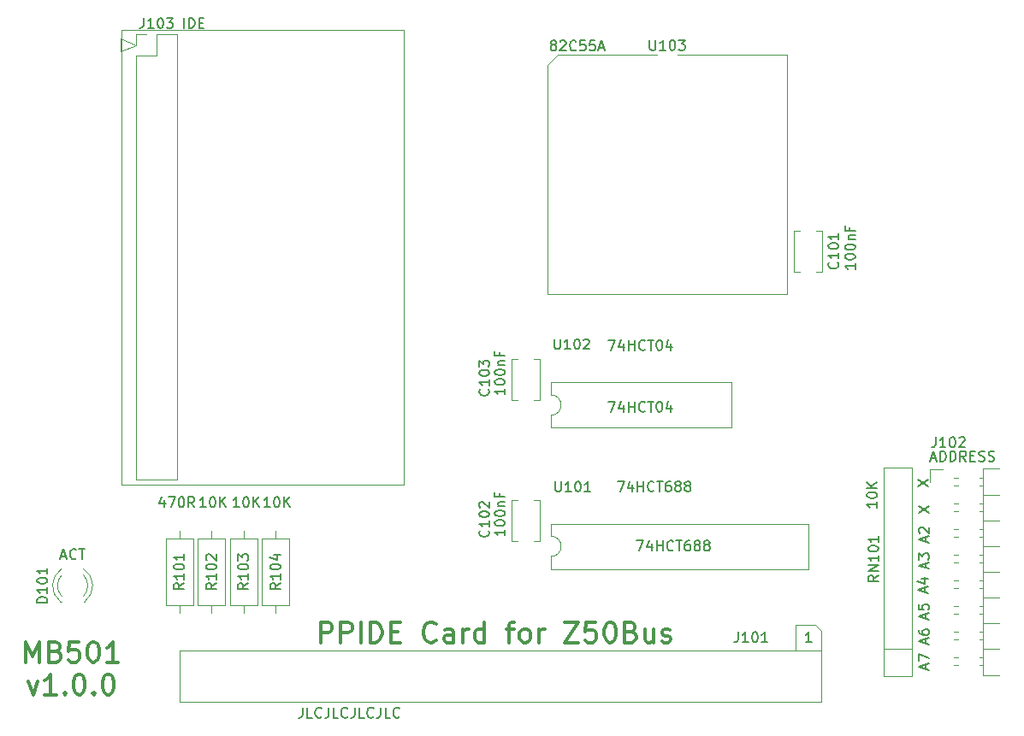
<source format=gbr>
%TF.GenerationSoftware,KiCad,Pcbnew,6.0.5+dfsg-1~bpo11+1*%
%TF.CreationDate,2022-07-07T00:02:15+02:00*%
%TF.ProjectId,z50_ppide,7a35305f-7070-4696-9465-2e6b69636164,rev?*%
%TF.SameCoordinates,Original*%
%TF.FileFunction,Legend,Top*%
%TF.FilePolarity,Positive*%
%FSLAX46Y46*%
G04 Gerber Fmt 4.6, Leading zero omitted, Abs format (unit mm)*
G04 Created by KiCad (PCBNEW 6.0.5+dfsg-1~bpo11+1) date 2022-07-07 00:02:15*
%MOMM*%
%LPD*%
G01*
G04 APERTURE LIST*
%ADD10C,0.150000*%
%ADD11C,0.300000*%
%ADD12C,0.120000*%
G04 APERTURE END LIST*
D10*
X106490952Y-108056666D02*
X106967142Y-108056666D01*
X106395714Y-108342380D02*
X106729047Y-107342380D01*
X107062380Y-108342380D01*
X107967142Y-108247142D02*
X107919523Y-108294761D01*
X107776666Y-108342380D01*
X107681428Y-108342380D01*
X107538571Y-108294761D01*
X107443333Y-108199523D01*
X107395714Y-108104285D01*
X107348095Y-107913809D01*
X107348095Y-107770952D01*
X107395714Y-107580476D01*
X107443333Y-107485238D01*
X107538571Y-107390000D01*
X107681428Y-107342380D01*
X107776666Y-107342380D01*
X107919523Y-107390000D01*
X107967142Y-107437619D01*
X108252857Y-107342380D02*
X108824285Y-107342380D01*
X108538571Y-108342380D02*
X108538571Y-107342380D01*
X187222380Y-102660476D02*
X187222380Y-103231904D01*
X187222380Y-102946190D02*
X186222380Y-102946190D01*
X186365238Y-103041428D01*
X186460476Y-103136666D01*
X186508095Y-103231904D01*
X186222380Y-102041428D02*
X186222380Y-101946190D01*
X186270000Y-101850952D01*
X186317619Y-101803333D01*
X186412857Y-101755714D01*
X186603333Y-101708095D01*
X186841428Y-101708095D01*
X187031904Y-101755714D01*
X187127142Y-101803333D01*
X187174761Y-101850952D01*
X187222380Y-101946190D01*
X187222380Y-102041428D01*
X187174761Y-102136666D01*
X187127142Y-102184285D01*
X187031904Y-102231904D01*
X186841428Y-102279523D01*
X186603333Y-102279523D01*
X186412857Y-102231904D01*
X186317619Y-102184285D01*
X186270000Y-102136666D01*
X186222380Y-102041428D01*
X187222380Y-101279523D02*
X186222380Y-101279523D01*
X187222380Y-100708095D02*
X186650952Y-101136666D01*
X186222380Y-100708095D02*
X186793809Y-101279523D01*
D11*
X132146285Y-116590761D02*
X132146285Y-114590761D01*
X132908190Y-114590761D01*
X133098666Y-114686000D01*
X133193904Y-114781238D01*
X133289142Y-114971714D01*
X133289142Y-115257428D01*
X133193904Y-115447904D01*
X133098666Y-115543142D01*
X132908190Y-115638380D01*
X132146285Y-115638380D01*
X134146285Y-116590761D02*
X134146285Y-114590761D01*
X134908190Y-114590761D01*
X135098666Y-114686000D01*
X135193904Y-114781238D01*
X135289142Y-114971714D01*
X135289142Y-115257428D01*
X135193904Y-115447904D01*
X135098666Y-115543142D01*
X134908190Y-115638380D01*
X134146285Y-115638380D01*
X136146285Y-116590761D02*
X136146285Y-114590761D01*
X137098666Y-116590761D02*
X137098666Y-114590761D01*
X137574857Y-114590761D01*
X137860571Y-114686000D01*
X138051047Y-114876476D01*
X138146285Y-115066952D01*
X138241523Y-115447904D01*
X138241523Y-115733619D01*
X138146285Y-116114571D01*
X138051047Y-116305047D01*
X137860571Y-116495523D01*
X137574857Y-116590761D01*
X137098666Y-116590761D01*
X139098666Y-115543142D02*
X139765333Y-115543142D01*
X140051047Y-116590761D02*
X139098666Y-116590761D01*
X139098666Y-114590761D01*
X140051047Y-114590761D01*
X143574857Y-116400285D02*
X143479619Y-116495523D01*
X143193904Y-116590761D01*
X143003428Y-116590761D01*
X142717714Y-116495523D01*
X142527238Y-116305047D01*
X142432000Y-116114571D01*
X142336761Y-115733619D01*
X142336761Y-115447904D01*
X142432000Y-115066952D01*
X142527238Y-114876476D01*
X142717714Y-114686000D01*
X143003428Y-114590761D01*
X143193904Y-114590761D01*
X143479619Y-114686000D01*
X143574857Y-114781238D01*
X145289142Y-116590761D02*
X145289142Y-115543142D01*
X145193904Y-115352666D01*
X145003428Y-115257428D01*
X144622476Y-115257428D01*
X144432000Y-115352666D01*
X145289142Y-116495523D02*
X145098666Y-116590761D01*
X144622476Y-116590761D01*
X144432000Y-116495523D01*
X144336761Y-116305047D01*
X144336761Y-116114571D01*
X144432000Y-115924095D01*
X144622476Y-115828857D01*
X145098666Y-115828857D01*
X145289142Y-115733619D01*
X146241523Y-116590761D02*
X146241523Y-115257428D01*
X146241523Y-115638380D02*
X146336761Y-115447904D01*
X146432000Y-115352666D01*
X146622476Y-115257428D01*
X146812952Y-115257428D01*
X148336761Y-116590761D02*
X148336761Y-114590761D01*
X148336761Y-116495523D02*
X148146285Y-116590761D01*
X147765333Y-116590761D01*
X147574857Y-116495523D01*
X147479619Y-116400285D01*
X147384380Y-116209809D01*
X147384380Y-115638380D01*
X147479619Y-115447904D01*
X147574857Y-115352666D01*
X147765333Y-115257428D01*
X148146285Y-115257428D01*
X148336761Y-115352666D01*
X150527238Y-115257428D02*
X151289142Y-115257428D01*
X150812952Y-116590761D02*
X150812952Y-114876476D01*
X150908190Y-114686000D01*
X151098666Y-114590761D01*
X151289142Y-114590761D01*
X152241523Y-116590761D02*
X152051047Y-116495523D01*
X151955809Y-116400285D01*
X151860571Y-116209809D01*
X151860571Y-115638380D01*
X151955809Y-115447904D01*
X152051047Y-115352666D01*
X152241523Y-115257428D01*
X152527238Y-115257428D01*
X152717714Y-115352666D01*
X152812952Y-115447904D01*
X152908190Y-115638380D01*
X152908190Y-116209809D01*
X152812952Y-116400285D01*
X152717714Y-116495523D01*
X152527238Y-116590761D01*
X152241523Y-116590761D01*
X153765333Y-116590761D02*
X153765333Y-115257428D01*
X153765333Y-115638380D02*
X153860571Y-115447904D01*
X153955809Y-115352666D01*
X154146285Y-115257428D01*
X154336761Y-115257428D01*
X156336761Y-114590761D02*
X157670095Y-114590761D01*
X156336761Y-116590761D01*
X157670095Y-116590761D01*
X159384380Y-114590761D02*
X158432000Y-114590761D01*
X158336761Y-115543142D01*
X158432000Y-115447904D01*
X158622476Y-115352666D01*
X159098666Y-115352666D01*
X159289142Y-115447904D01*
X159384380Y-115543142D01*
X159479619Y-115733619D01*
X159479619Y-116209809D01*
X159384380Y-116400285D01*
X159289142Y-116495523D01*
X159098666Y-116590761D01*
X158622476Y-116590761D01*
X158432000Y-116495523D01*
X158336761Y-116400285D01*
X160717714Y-114590761D02*
X160908190Y-114590761D01*
X161098666Y-114686000D01*
X161193904Y-114781238D01*
X161289142Y-114971714D01*
X161384380Y-115352666D01*
X161384380Y-115828857D01*
X161289142Y-116209809D01*
X161193904Y-116400285D01*
X161098666Y-116495523D01*
X160908190Y-116590761D01*
X160717714Y-116590761D01*
X160527238Y-116495523D01*
X160432000Y-116400285D01*
X160336761Y-116209809D01*
X160241523Y-115828857D01*
X160241523Y-115352666D01*
X160336761Y-114971714D01*
X160432000Y-114781238D01*
X160527238Y-114686000D01*
X160717714Y-114590761D01*
X162908190Y-115543142D02*
X163193904Y-115638380D01*
X163289142Y-115733619D01*
X163384380Y-115924095D01*
X163384380Y-116209809D01*
X163289142Y-116400285D01*
X163193904Y-116495523D01*
X163003428Y-116590761D01*
X162241523Y-116590761D01*
X162241523Y-114590761D01*
X162908190Y-114590761D01*
X163098666Y-114686000D01*
X163193904Y-114781238D01*
X163289142Y-114971714D01*
X163289142Y-115162190D01*
X163193904Y-115352666D01*
X163098666Y-115447904D01*
X162908190Y-115543142D01*
X162241523Y-115543142D01*
X165098666Y-115257428D02*
X165098666Y-116590761D01*
X164241523Y-115257428D02*
X164241523Y-116305047D01*
X164336761Y-116495523D01*
X164527238Y-116590761D01*
X164812952Y-116590761D01*
X165003428Y-116495523D01*
X165098666Y-116400285D01*
X165955809Y-116495523D02*
X166146285Y-116590761D01*
X166527238Y-116590761D01*
X166717714Y-116495523D01*
X166812952Y-116305047D01*
X166812952Y-116209809D01*
X166717714Y-116019333D01*
X166527238Y-115924095D01*
X166241523Y-115924095D01*
X166051047Y-115828857D01*
X165955809Y-115638380D01*
X165955809Y-115543142D01*
X166051047Y-115352666D01*
X166241523Y-115257428D01*
X166527238Y-115257428D01*
X166717714Y-115352666D01*
D10*
X191362380Y-103723333D02*
X192362380Y-103056666D01*
X191362380Y-103056666D02*
X192362380Y-103723333D01*
X192567142Y-98356666D02*
X193043333Y-98356666D01*
X192471904Y-98642380D02*
X192805238Y-97642380D01*
X193138571Y-98642380D01*
X193471904Y-98642380D02*
X193471904Y-97642380D01*
X193710000Y-97642380D01*
X193852857Y-97690000D01*
X193948095Y-97785238D01*
X193995714Y-97880476D01*
X194043333Y-98070952D01*
X194043333Y-98213809D01*
X193995714Y-98404285D01*
X193948095Y-98499523D01*
X193852857Y-98594761D01*
X193710000Y-98642380D01*
X193471904Y-98642380D01*
X194471904Y-98642380D02*
X194471904Y-97642380D01*
X194710000Y-97642380D01*
X194852857Y-97690000D01*
X194948095Y-97785238D01*
X194995714Y-97880476D01*
X195043333Y-98070952D01*
X195043333Y-98213809D01*
X194995714Y-98404285D01*
X194948095Y-98499523D01*
X194852857Y-98594761D01*
X194710000Y-98642380D01*
X194471904Y-98642380D01*
X196043333Y-98642380D02*
X195710000Y-98166190D01*
X195471904Y-98642380D02*
X195471904Y-97642380D01*
X195852857Y-97642380D01*
X195948095Y-97690000D01*
X195995714Y-97737619D01*
X196043333Y-97832857D01*
X196043333Y-97975714D01*
X195995714Y-98070952D01*
X195948095Y-98118571D01*
X195852857Y-98166190D01*
X195471904Y-98166190D01*
X196471904Y-98118571D02*
X196805238Y-98118571D01*
X196948095Y-98642380D02*
X196471904Y-98642380D01*
X196471904Y-97642380D01*
X196948095Y-97642380D01*
X197329047Y-98594761D02*
X197471904Y-98642380D01*
X197710000Y-98642380D01*
X197805238Y-98594761D01*
X197852857Y-98547142D01*
X197900476Y-98451904D01*
X197900476Y-98356666D01*
X197852857Y-98261428D01*
X197805238Y-98213809D01*
X197710000Y-98166190D01*
X197519523Y-98118571D01*
X197424285Y-98070952D01*
X197376666Y-98023333D01*
X197329047Y-97928095D01*
X197329047Y-97832857D01*
X197376666Y-97737619D01*
X197424285Y-97690000D01*
X197519523Y-97642380D01*
X197757619Y-97642380D01*
X197900476Y-97690000D01*
X198281428Y-98594761D02*
X198424285Y-98642380D01*
X198662380Y-98642380D01*
X198757619Y-98594761D01*
X198805238Y-98547142D01*
X198852857Y-98451904D01*
X198852857Y-98356666D01*
X198805238Y-98261428D01*
X198757619Y-98213809D01*
X198662380Y-98166190D01*
X198471904Y-98118571D01*
X198376666Y-98070952D01*
X198329047Y-98023333D01*
X198281428Y-97928095D01*
X198281428Y-97832857D01*
X198329047Y-97737619D01*
X198376666Y-97690000D01*
X198471904Y-97642380D01*
X198710000Y-97642380D01*
X198852857Y-97690000D01*
X192076666Y-114204285D02*
X192076666Y-113728095D01*
X192362380Y-114299523D02*
X191362380Y-113966190D01*
X192362380Y-113632857D01*
X191362380Y-112823333D02*
X191362380Y-113299523D01*
X191838571Y-113347142D01*
X191790952Y-113299523D01*
X191743333Y-113204285D01*
X191743333Y-112966190D01*
X191790952Y-112870952D01*
X191838571Y-112823333D01*
X191933809Y-112775714D01*
X192171904Y-112775714D01*
X192267142Y-112823333D01*
X192314761Y-112870952D01*
X192362380Y-112966190D01*
X192362380Y-113204285D01*
X192314761Y-113299523D01*
X192267142Y-113347142D01*
D11*
X102998190Y-118536761D02*
X102998190Y-116536761D01*
X103664857Y-117965333D01*
X104331523Y-116536761D01*
X104331523Y-118536761D01*
X105950571Y-117489142D02*
X106236285Y-117584380D01*
X106331523Y-117679619D01*
X106426761Y-117870095D01*
X106426761Y-118155809D01*
X106331523Y-118346285D01*
X106236285Y-118441523D01*
X106045809Y-118536761D01*
X105283904Y-118536761D01*
X105283904Y-116536761D01*
X105950571Y-116536761D01*
X106141047Y-116632000D01*
X106236285Y-116727238D01*
X106331523Y-116917714D01*
X106331523Y-117108190D01*
X106236285Y-117298666D01*
X106141047Y-117393904D01*
X105950571Y-117489142D01*
X105283904Y-117489142D01*
X108236285Y-116536761D02*
X107283904Y-116536761D01*
X107188666Y-117489142D01*
X107283904Y-117393904D01*
X107474380Y-117298666D01*
X107950571Y-117298666D01*
X108141047Y-117393904D01*
X108236285Y-117489142D01*
X108331523Y-117679619D01*
X108331523Y-118155809D01*
X108236285Y-118346285D01*
X108141047Y-118441523D01*
X107950571Y-118536761D01*
X107474380Y-118536761D01*
X107283904Y-118441523D01*
X107188666Y-118346285D01*
X109569619Y-116536761D02*
X109760095Y-116536761D01*
X109950571Y-116632000D01*
X110045809Y-116727238D01*
X110141047Y-116917714D01*
X110236285Y-117298666D01*
X110236285Y-117774857D01*
X110141047Y-118155809D01*
X110045809Y-118346285D01*
X109950571Y-118441523D01*
X109760095Y-118536761D01*
X109569619Y-118536761D01*
X109379142Y-118441523D01*
X109283904Y-118346285D01*
X109188666Y-118155809D01*
X109093428Y-117774857D01*
X109093428Y-117298666D01*
X109188666Y-116917714D01*
X109283904Y-116727238D01*
X109379142Y-116632000D01*
X109569619Y-116536761D01*
X112141047Y-118536761D02*
X110998190Y-118536761D01*
X111569619Y-118536761D02*
X111569619Y-116536761D01*
X111379142Y-116822476D01*
X111188666Y-117012952D01*
X110998190Y-117108190D01*
X103236285Y-120423428D02*
X103712476Y-121756761D01*
X104188666Y-120423428D01*
X105998190Y-121756761D02*
X104855333Y-121756761D01*
X105426761Y-121756761D02*
X105426761Y-119756761D01*
X105236285Y-120042476D01*
X105045809Y-120232952D01*
X104855333Y-120328190D01*
X106855333Y-121566285D02*
X106950571Y-121661523D01*
X106855333Y-121756761D01*
X106760095Y-121661523D01*
X106855333Y-121566285D01*
X106855333Y-121756761D01*
X108188666Y-119756761D02*
X108379142Y-119756761D01*
X108569619Y-119852000D01*
X108664857Y-119947238D01*
X108760095Y-120137714D01*
X108855333Y-120518666D01*
X108855333Y-120994857D01*
X108760095Y-121375809D01*
X108664857Y-121566285D01*
X108569619Y-121661523D01*
X108379142Y-121756761D01*
X108188666Y-121756761D01*
X107998190Y-121661523D01*
X107902952Y-121566285D01*
X107807714Y-121375809D01*
X107712476Y-120994857D01*
X107712476Y-120518666D01*
X107807714Y-120137714D01*
X107902952Y-119947238D01*
X107998190Y-119852000D01*
X108188666Y-119756761D01*
X109712476Y-121566285D02*
X109807714Y-121661523D01*
X109712476Y-121756761D01*
X109617238Y-121661523D01*
X109712476Y-121566285D01*
X109712476Y-121756761D01*
X111045809Y-119756761D02*
X111236285Y-119756761D01*
X111426761Y-119852000D01*
X111522000Y-119947238D01*
X111617238Y-120137714D01*
X111712476Y-120518666D01*
X111712476Y-120994857D01*
X111617238Y-121375809D01*
X111522000Y-121566285D01*
X111426761Y-121661523D01*
X111236285Y-121756761D01*
X111045809Y-121756761D01*
X110855333Y-121661523D01*
X110760095Y-121566285D01*
X110664857Y-121375809D01*
X110569619Y-120994857D01*
X110569619Y-120518666D01*
X110664857Y-120137714D01*
X110760095Y-119947238D01*
X110855333Y-119852000D01*
X111045809Y-119756761D01*
D10*
X160643333Y-92742380D02*
X161310000Y-92742380D01*
X160881428Y-93742380D01*
X162119523Y-93075714D02*
X162119523Y-93742380D01*
X161881428Y-92694761D02*
X161643333Y-93409047D01*
X162262380Y-93409047D01*
X162643333Y-93742380D02*
X162643333Y-92742380D01*
X162643333Y-93218571D02*
X163214761Y-93218571D01*
X163214761Y-93742380D02*
X163214761Y-92742380D01*
X164262380Y-93647142D02*
X164214761Y-93694761D01*
X164071904Y-93742380D01*
X163976666Y-93742380D01*
X163833809Y-93694761D01*
X163738571Y-93599523D01*
X163690952Y-93504285D01*
X163643333Y-93313809D01*
X163643333Y-93170952D01*
X163690952Y-92980476D01*
X163738571Y-92885238D01*
X163833809Y-92790000D01*
X163976666Y-92742380D01*
X164071904Y-92742380D01*
X164214761Y-92790000D01*
X164262380Y-92837619D01*
X164548095Y-92742380D02*
X165119523Y-92742380D01*
X164833809Y-93742380D02*
X164833809Y-92742380D01*
X165643333Y-92742380D02*
X165738571Y-92742380D01*
X165833809Y-92790000D01*
X165881428Y-92837619D01*
X165929047Y-92932857D01*
X165976666Y-93123333D01*
X165976666Y-93361428D01*
X165929047Y-93551904D01*
X165881428Y-93647142D01*
X165833809Y-93694761D01*
X165738571Y-93742380D01*
X165643333Y-93742380D01*
X165548095Y-93694761D01*
X165500476Y-93647142D01*
X165452857Y-93551904D01*
X165405238Y-93361428D01*
X165405238Y-93123333D01*
X165452857Y-92932857D01*
X165500476Y-92837619D01*
X165548095Y-92790000D01*
X165643333Y-92742380D01*
X166833809Y-93075714D02*
X166833809Y-93742380D01*
X166595714Y-92694761D02*
X166357619Y-93409047D01*
X166976666Y-93409047D01*
X192076666Y-106604285D02*
X192076666Y-106128095D01*
X192362380Y-106699523D02*
X191362380Y-106366190D01*
X192362380Y-106032857D01*
X191457619Y-105747142D02*
X191410000Y-105699523D01*
X191362380Y-105604285D01*
X191362380Y-105366190D01*
X191410000Y-105270952D01*
X191457619Y-105223333D01*
X191552857Y-105175714D01*
X191648095Y-105175714D01*
X191790952Y-105223333D01*
X192362380Y-105794761D01*
X192362380Y-105175714D01*
X192076666Y-116704285D02*
X192076666Y-116228095D01*
X192362380Y-116799523D02*
X191362380Y-116466190D01*
X192362380Y-116132857D01*
X191362380Y-115370952D02*
X191362380Y-115561428D01*
X191410000Y-115656666D01*
X191457619Y-115704285D01*
X191600476Y-115799523D01*
X191790952Y-115847142D01*
X192171904Y-115847142D01*
X192267142Y-115799523D01*
X192314761Y-115751904D01*
X192362380Y-115656666D01*
X192362380Y-115466190D01*
X192314761Y-115370952D01*
X192267142Y-115323333D01*
X192171904Y-115275714D01*
X191933809Y-115275714D01*
X191838571Y-115323333D01*
X191790952Y-115370952D01*
X191743333Y-115466190D01*
X191743333Y-115656666D01*
X191790952Y-115751904D01*
X191838571Y-115799523D01*
X191933809Y-115847142D01*
X127151523Y-103184380D02*
X126580095Y-103184380D01*
X126865809Y-103184380D02*
X126865809Y-102184380D01*
X126770571Y-102327238D01*
X126675333Y-102422476D01*
X126580095Y-102470095D01*
X127770571Y-102184380D02*
X127865809Y-102184380D01*
X127961047Y-102232000D01*
X128008666Y-102279619D01*
X128056285Y-102374857D01*
X128103904Y-102565333D01*
X128103904Y-102803428D01*
X128056285Y-102993904D01*
X128008666Y-103089142D01*
X127961047Y-103136761D01*
X127865809Y-103184380D01*
X127770571Y-103184380D01*
X127675333Y-103136761D01*
X127627714Y-103089142D01*
X127580095Y-102993904D01*
X127532476Y-102803428D01*
X127532476Y-102565333D01*
X127580095Y-102374857D01*
X127627714Y-102279619D01*
X127675333Y-102232000D01*
X127770571Y-102184380D01*
X128532476Y-103184380D02*
X128532476Y-102184380D01*
X129103904Y-103184380D02*
X128675333Y-102612952D01*
X129103904Y-102184380D02*
X128532476Y-102755809D01*
X185062380Y-79037619D02*
X185062380Y-79609047D01*
X185062380Y-79323333D02*
X184062380Y-79323333D01*
X184205238Y-79418571D01*
X184300476Y-79513809D01*
X184348095Y-79609047D01*
X184062380Y-78418571D02*
X184062380Y-78323333D01*
X184110000Y-78228095D01*
X184157619Y-78180476D01*
X184252857Y-78132857D01*
X184443333Y-78085238D01*
X184681428Y-78085238D01*
X184871904Y-78132857D01*
X184967142Y-78180476D01*
X185014761Y-78228095D01*
X185062380Y-78323333D01*
X185062380Y-78418571D01*
X185014761Y-78513809D01*
X184967142Y-78561428D01*
X184871904Y-78609047D01*
X184681428Y-78656666D01*
X184443333Y-78656666D01*
X184252857Y-78609047D01*
X184157619Y-78561428D01*
X184110000Y-78513809D01*
X184062380Y-78418571D01*
X184062380Y-77466190D02*
X184062380Y-77370952D01*
X184110000Y-77275714D01*
X184157619Y-77228095D01*
X184252857Y-77180476D01*
X184443333Y-77132857D01*
X184681428Y-77132857D01*
X184871904Y-77180476D01*
X184967142Y-77228095D01*
X185014761Y-77275714D01*
X185062380Y-77370952D01*
X185062380Y-77466190D01*
X185014761Y-77561428D01*
X184967142Y-77609047D01*
X184871904Y-77656666D01*
X184681428Y-77704285D01*
X184443333Y-77704285D01*
X184252857Y-77656666D01*
X184157619Y-77609047D01*
X184110000Y-77561428D01*
X184062380Y-77466190D01*
X184395714Y-76704285D02*
X185062380Y-76704285D01*
X184490952Y-76704285D02*
X184443333Y-76656666D01*
X184395714Y-76561428D01*
X184395714Y-76418571D01*
X184443333Y-76323333D01*
X184538571Y-76275714D01*
X185062380Y-76275714D01*
X184538571Y-75466190D02*
X184538571Y-75799523D01*
X185062380Y-75799523D02*
X184062380Y-75799523D01*
X184062380Y-75323333D01*
X130390952Y-123042380D02*
X130390952Y-123756666D01*
X130343333Y-123899523D01*
X130248095Y-123994761D01*
X130105238Y-124042380D01*
X130010000Y-124042380D01*
X131343333Y-124042380D02*
X130867142Y-124042380D01*
X130867142Y-123042380D01*
X132248095Y-123947142D02*
X132200476Y-123994761D01*
X132057619Y-124042380D01*
X131962380Y-124042380D01*
X131819523Y-123994761D01*
X131724285Y-123899523D01*
X131676666Y-123804285D01*
X131629047Y-123613809D01*
X131629047Y-123470952D01*
X131676666Y-123280476D01*
X131724285Y-123185238D01*
X131819523Y-123090000D01*
X131962380Y-123042380D01*
X132057619Y-123042380D01*
X132200476Y-123090000D01*
X132248095Y-123137619D01*
X132962380Y-123042380D02*
X132962380Y-123756666D01*
X132914761Y-123899523D01*
X132819523Y-123994761D01*
X132676666Y-124042380D01*
X132581428Y-124042380D01*
X133914761Y-124042380D02*
X133438571Y-124042380D01*
X133438571Y-123042380D01*
X134819523Y-123947142D02*
X134771904Y-123994761D01*
X134629047Y-124042380D01*
X134533809Y-124042380D01*
X134390952Y-123994761D01*
X134295714Y-123899523D01*
X134248095Y-123804285D01*
X134200476Y-123613809D01*
X134200476Y-123470952D01*
X134248095Y-123280476D01*
X134295714Y-123185238D01*
X134390952Y-123090000D01*
X134533809Y-123042380D01*
X134629047Y-123042380D01*
X134771904Y-123090000D01*
X134819523Y-123137619D01*
X135533809Y-123042380D02*
X135533809Y-123756666D01*
X135486190Y-123899523D01*
X135390952Y-123994761D01*
X135248095Y-124042380D01*
X135152857Y-124042380D01*
X136486190Y-124042380D02*
X136010000Y-124042380D01*
X136010000Y-123042380D01*
X137390952Y-123947142D02*
X137343333Y-123994761D01*
X137200476Y-124042380D01*
X137105238Y-124042380D01*
X136962380Y-123994761D01*
X136867142Y-123899523D01*
X136819523Y-123804285D01*
X136771904Y-123613809D01*
X136771904Y-123470952D01*
X136819523Y-123280476D01*
X136867142Y-123185238D01*
X136962380Y-123090000D01*
X137105238Y-123042380D01*
X137200476Y-123042380D01*
X137343333Y-123090000D01*
X137390952Y-123137619D01*
X138105238Y-123042380D02*
X138105238Y-123756666D01*
X138057619Y-123899523D01*
X137962380Y-123994761D01*
X137819523Y-124042380D01*
X137724285Y-124042380D01*
X139057619Y-124042380D02*
X138581428Y-124042380D01*
X138581428Y-123042380D01*
X139962380Y-123947142D02*
X139914761Y-123994761D01*
X139771904Y-124042380D01*
X139676666Y-124042380D01*
X139533809Y-123994761D01*
X139438571Y-123899523D01*
X139390952Y-123804285D01*
X139343333Y-123613809D01*
X139343333Y-123470952D01*
X139390952Y-123280476D01*
X139438571Y-123185238D01*
X139533809Y-123090000D01*
X139676666Y-123042380D01*
X139771904Y-123042380D01*
X139914761Y-123090000D01*
X139962380Y-123137619D01*
X118657619Y-55742380D02*
X118657619Y-54742380D01*
X119133809Y-55742380D02*
X119133809Y-54742380D01*
X119371904Y-54742380D01*
X119514761Y-54790000D01*
X119610000Y-54885238D01*
X119657619Y-54980476D01*
X119705238Y-55170952D01*
X119705238Y-55313809D01*
X119657619Y-55504285D01*
X119610000Y-55599523D01*
X119514761Y-55694761D01*
X119371904Y-55742380D01*
X119133809Y-55742380D01*
X120133809Y-55218571D02*
X120467142Y-55218571D01*
X120610000Y-55742380D02*
X120133809Y-55742380D01*
X120133809Y-54742380D01*
X120610000Y-54742380D01*
X163442142Y-106502380D02*
X164108809Y-106502380D01*
X163680238Y-107502380D01*
X164918333Y-106835714D02*
X164918333Y-107502380D01*
X164680238Y-106454761D02*
X164442142Y-107169047D01*
X165061190Y-107169047D01*
X165442142Y-107502380D02*
X165442142Y-106502380D01*
X165442142Y-106978571D02*
X166013571Y-106978571D01*
X166013571Y-107502380D02*
X166013571Y-106502380D01*
X167061190Y-107407142D02*
X167013571Y-107454761D01*
X166870714Y-107502380D01*
X166775476Y-107502380D01*
X166632619Y-107454761D01*
X166537380Y-107359523D01*
X166489761Y-107264285D01*
X166442142Y-107073809D01*
X166442142Y-106930952D01*
X166489761Y-106740476D01*
X166537380Y-106645238D01*
X166632619Y-106550000D01*
X166775476Y-106502380D01*
X166870714Y-106502380D01*
X167013571Y-106550000D01*
X167061190Y-106597619D01*
X167346904Y-106502380D02*
X167918333Y-106502380D01*
X167632619Y-107502380D02*
X167632619Y-106502380D01*
X168680238Y-106502380D02*
X168489761Y-106502380D01*
X168394523Y-106550000D01*
X168346904Y-106597619D01*
X168251666Y-106740476D01*
X168204047Y-106930952D01*
X168204047Y-107311904D01*
X168251666Y-107407142D01*
X168299285Y-107454761D01*
X168394523Y-107502380D01*
X168585000Y-107502380D01*
X168680238Y-107454761D01*
X168727857Y-107407142D01*
X168775476Y-107311904D01*
X168775476Y-107073809D01*
X168727857Y-106978571D01*
X168680238Y-106930952D01*
X168585000Y-106883333D01*
X168394523Y-106883333D01*
X168299285Y-106930952D01*
X168251666Y-106978571D01*
X168204047Y-107073809D01*
X169346904Y-106930952D02*
X169251666Y-106883333D01*
X169204047Y-106835714D01*
X169156428Y-106740476D01*
X169156428Y-106692857D01*
X169204047Y-106597619D01*
X169251666Y-106550000D01*
X169346904Y-106502380D01*
X169537380Y-106502380D01*
X169632619Y-106550000D01*
X169680238Y-106597619D01*
X169727857Y-106692857D01*
X169727857Y-106740476D01*
X169680238Y-106835714D01*
X169632619Y-106883333D01*
X169537380Y-106930952D01*
X169346904Y-106930952D01*
X169251666Y-106978571D01*
X169204047Y-107026190D01*
X169156428Y-107121428D01*
X169156428Y-107311904D01*
X169204047Y-107407142D01*
X169251666Y-107454761D01*
X169346904Y-107502380D01*
X169537380Y-107502380D01*
X169632619Y-107454761D01*
X169680238Y-107407142D01*
X169727857Y-107311904D01*
X169727857Y-107121428D01*
X169680238Y-107026190D01*
X169632619Y-106978571D01*
X169537380Y-106930952D01*
X170299285Y-106930952D02*
X170204047Y-106883333D01*
X170156428Y-106835714D01*
X170108809Y-106740476D01*
X170108809Y-106692857D01*
X170156428Y-106597619D01*
X170204047Y-106550000D01*
X170299285Y-106502380D01*
X170489761Y-106502380D01*
X170585000Y-106550000D01*
X170632619Y-106597619D01*
X170680238Y-106692857D01*
X170680238Y-106740476D01*
X170632619Y-106835714D01*
X170585000Y-106883333D01*
X170489761Y-106930952D01*
X170299285Y-106930952D01*
X170204047Y-106978571D01*
X170156428Y-107026190D01*
X170108809Y-107121428D01*
X170108809Y-107311904D01*
X170156428Y-107407142D01*
X170204047Y-107454761D01*
X170299285Y-107502380D01*
X170489761Y-107502380D01*
X170585000Y-107454761D01*
X170632619Y-107407142D01*
X170680238Y-107311904D01*
X170680238Y-107121428D01*
X170632619Y-107026190D01*
X170585000Y-106978571D01*
X170489761Y-106930952D01*
X150392380Y-105422619D02*
X150392380Y-105994047D01*
X150392380Y-105708333D02*
X149392380Y-105708333D01*
X149535238Y-105803571D01*
X149630476Y-105898809D01*
X149678095Y-105994047D01*
X149392380Y-104803571D02*
X149392380Y-104708333D01*
X149440000Y-104613095D01*
X149487619Y-104565476D01*
X149582857Y-104517857D01*
X149773333Y-104470238D01*
X150011428Y-104470238D01*
X150201904Y-104517857D01*
X150297142Y-104565476D01*
X150344761Y-104613095D01*
X150392380Y-104708333D01*
X150392380Y-104803571D01*
X150344761Y-104898809D01*
X150297142Y-104946428D01*
X150201904Y-104994047D01*
X150011428Y-105041666D01*
X149773333Y-105041666D01*
X149582857Y-104994047D01*
X149487619Y-104946428D01*
X149440000Y-104898809D01*
X149392380Y-104803571D01*
X149392380Y-103851190D02*
X149392380Y-103755952D01*
X149440000Y-103660714D01*
X149487619Y-103613095D01*
X149582857Y-103565476D01*
X149773333Y-103517857D01*
X150011428Y-103517857D01*
X150201904Y-103565476D01*
X150297142Y-103613095D01*
X150344761Y-103660714D01*
X150392380Y-103755952D01*
X150392380Y-103851190D01*
X150344761Y-103946428D01*
X150297142Y-103994047D01*
X150201904Y-104041666D01*
X150011428Y-104089285D01*
X149773333Y-104089285D01*
X149582857Y-104041666D01*
X149487619Y-103994047D01*
X149440000Y-103946428D01*
X149392380Y-103851190D01*
X149725714Y-103089285D02*
X150392380Y-103089285D01*
X149820952Y-103089285D02*
X149773333Y-103041666D01*
X149725714Y-102946428D01*
X149725714Y-102803571D01*
X149773333Y-102708333D01*
X149868571Y-102660714D01*
X150392380Y-102660714D01*
X149868571Y-101851190D02*
X149868571Y-102184523D01*
X150392380Y-102184523D02*
X149392380Y-102184523D01*
X149392380Y-101708333D01*
X116674095Y-102517714D02*
X116674095Y-103184380D01*
X116436000Y-102136761D02*
X116197904Y-102851047D01*
X116816952Y-102851047D01*
X117102666Y-102184380D02*
X117769333Y-102184380D01*
X117340761Y-103184380D01*
X118340761Y-102184380D02*
X118436000Y-102184380D01*
X118531238Y-102232000D01*
X118578857Y-102279619D01*
X118626476Y-102374857D01*
X118674095Y-102565333D01*
X118674095Y-102803428D01*
X118626476Y-102993904D01*
X118578857Y-103089142D01*
X118531238Y-103136761D01*
X118436000Y-103184380D01*
X118340761Y-103184380D01*
X118245523Y-103136761D01*
X118197904Y-103089142D01*
X118150285Y-102993904D01*
X118102666Y-102803428D01*
X118102666Y-102565333D01*
X118150285Y-102374857D01*
X118197904Y-102279619D01*
X118245523Y-102232000D01*
X118340761Y-102184380D01*
X119674095Y-103184380D02*
X119340761Y-102708190D01*
X119102666Y-103184380D02*
X119102666Y-102184380D01*
X119483619Y-102184380D01*
X119578857Y-102232000D01*
X119626476Y-102279619D01*
X119674095Y-102374857D01*
X119674095Y-102517714D01*
X119626476Y-102612952D01*
X119578857Y-102660571D01*
X119483619Y-102708190D01*
X119102666Y-102708190D01*
X120801523Y-103184380D02*
X120230095Y-103184380D01*
X120515809Y-103184380D02*
X120515809Y-102184380D01*
X120420571Y-102327238D01*
X120325333Y-102422476D01*
X120230095Y-102470095D01*
X121420571Y-102184380D02*
X121515809Y-102184380D01*
X121611047Y-102232000D01*
X121658666Y-102279619D01*
X121706285Y-102374857D01*
X121753904Y-102565333D01*
X121753904Y-102803428D01*
X121706285Y-102993904D01*
X121658666Y-103089142D01*
X121611047Y-103136761D01*
X121515809Y-103184380D01*
X121420571Y-103184380D01*
X121325333Y-103136761D01*
X121277714Y-103089142D01*
X121230095Y-102993904D01*
X121182476Y-102803428D01*
X121182476Y-102565333D01*
X121230095Y-102374857D01*
X121277714Y-102279619D01*
X121325333Y-102232000D01*
X121420571Y-102184380D01*
X122182476Y-103184380D02*
X122182476Y-102184380D01*
X122753904Y-103184380D02*
X122325333Y-102612952D01*
X122753904Y-102184380D02*
X122182476Y-102755809D01*
X192076666Y-119204285D02*
X192076666Y-118728095D01*
X192362380Y-119299523D02*
X191362380Y-118966190D01*
X192362380Y-118632857D01*
X191362380Y-118394761D02*
X191362380Y-117728095D01*
X192362380Y-118156666D01*
X191976666Y-111604285D02*
X191976666Y-111128095D01*
X192262380Y-111699523D02*
X191262380Y-111366190D01*
X192262380Y-111032857D01*
X191595714Y-110270952D02*
X192262380Y-110270952D01*
X191214761Y-110509047D02*
X191929047Y-110747142D01*
X191929047Y-110128095D01*
X161537142Y-100642380D02*
X162203809Y-100642380D01*
X161775238Y-101642380D01*
X163013333Y-100975714D02*
X163013333Y-101642380D01*
X162775238Y-100594761D02*
X162537142Y-101309047D01*
X163156190Y-101309047D01*
X163537142Y-101642380D02*
X163537142Y-100642380D01*
X163537142Y-101118571D02*
X164108571Y-101118571D01*
X164108571Y-101642380D02*
X164108571Y-100642380D01*
X165156190Y-101547142D02*
X165108571Y-101594761D01*
X164965714Y-101642380D01*
X164870476Y-101642380D01*
X164727619Y-101594761D01*
X164632380Y-101499523D01*
X164584761Y-101404285D01*
X164537142Y-101213809D01*
X164537142Y-101070952D01*
X164584761Y-100880476D01*
X164632380Y-100785238D01*
X164727619Y-100690000D01*
X164870476Y-100642380D01*
X164965714Y-100642380D01*
X165108571Y-100690000D01*
X165156190Y-100737619D01*
X165441904Y-100642380D02*
X166013333Y-100642380D01*
X165727619Y-101642380D02*
X165727619Y-100642380D01*
X166775238Y-100642380D02*
X166584761Y-100642380D01*
X166489523Y-100690000D01*
X166441904Y-100737619D01*
X166346666Y-100880476D01*
X166299047Y-101070952D01*
X166299047Y-101451904D01*
X166346666Y-101547142D01*
X166394285Y-101594761D01*
X166489523Y-101642380D01*
X166680000Y-101642380D01*
X166775238Y-101594761D01*
X166822857Y-101547142D01*
X166870476Y-101451904D01*
X166870476Y-101213809D01*
X166822857Y-101118571D01*
X166775238Y-101070952D01*
X166680000Y-101023333D01*
X166489523Y-101023333D01*
X166394285Y-101070952D01*
X166346666Y-101118571D01*
X166299047Y-101213809D01*
X167441904Y-101070952D02*
X167346666Y-101023333D01*
X167299047Y-100975714D01*
X167251428Y-100880476D01*
X167251428Y-100832857D01*
X167299047Y-100737619D01*
X167346666Y-100690000D01*
X167441904Y-100642380D01*
X167632380Y-100642380D01*
X167727619Y-100690000D01*
X167775238Y-100737619D01*
X167822857Y-100832857D01*
X167822857Y-100880476D01*
X167775238Y-100975714D01*
X167727619Y-101023333D01*
X167632380Y-101070952D01*
X167441904Y-101070952D01*
X167346666Y-101118571D01*
X167299047Y-101166190D01*
X167251428Y-101261428D01*
X167251428Y-101451904D01*
X167299047Y-101547142D01*
X167346666Y-101594761D01*
X167441904Y-101642380D01*
X167632380Y-101642380D01*
X167727619Y-101594761D01*
X167775238Y-101547142D01*
X167822857Y-101451904D01*
X167822857Y-101261428D01*
X167775238Y-101166190D01*
X167727619Y-101118571D01*
X167632380Y-101070952D01*
X168394285Y-101070952D02*
X168299047Y-101023333D01*
X168251428Y-100975714D01*
X168203809Y-100880476D01*
X168203809Y-100832857D01*
X168251428Y-100737619D01*
X168299047Y-100690000D01*
X168394285Y-100642380D01*
X168584761Y-100642380D01*
X168680000Y-100690000D01*
X168727619Y-100737619D01*
X168775238Y-100832857D01*
X168775238Y-100880476D01*
X168727619Y-100975714D01*
X168680000Y-101023333D01*
X168584761Y-101070952D01*
X168394285Y-101070952D01*
X168299047Y-101118571D01*
X168251428Y-101166190D01*
X168203809Y-101261428D01*
X168203809Y-101451904D01*
X168251428Y-101547142D01*
X168299047Y-101594761D01*
X168394285Y-101642380D01*
X168584761Y-101642380D01*
X168680000Y-101594761D01*
X168727619Y-101547142D01*
X168775238Y-101451904D01*
X168775238Y-101261428D01*
X168727619Y-101166190D01*
X168680000Y-101118571D01*
X168584761Y-101070952D01*
X192076666Y-109204285D02*
X192076666Y-108728095D01*
X192362380Y-109299523D02*
X191362380Y-108966190D01*
X192362380Y-108632857D01*
X191362380Y-108394761D02*
X191362380Y-107775714D01*
X191743333Y-108109047D01*
X191743333Y-107966190D01*
X191790952Y-107870952D01*
X191838571Y-107823333D01*
X191933809Y-107775714D01*
X192171904Y-107775714D01*
X192267142Y-107823333D01*
X192314761Y-107870952D01*
X192362380Y-107966190D01*
X192362380Y-108251904D01*
X192314761Y-108347142D01*
X192267142Y-108394761D01*
X124103523Y-103184380D02*
X123532095Y-103184380D01*
X123817809Y-103184380D02*
X123817809Y-102184380D01*
X123722571Y-102327238D01*
X123627333Y-102422476D01*
X123532095Y-102470095D01*
X124722571Y-102184380D02*
X124817809Y-102184380D01*
X124913047Y-102232000D01*
X124960666Y-102279619D01*
X125008285Y-102374857D01*
X125055904Y-102565333D01*
X125055904Y-102803428D01*
X125008285Y-102993904D01*
X124960666Y-103089142D01*
X124913047Y-103136761D01*
X124817809Y-103184380D01*
X124722571Y-103184380D01*
X124627333Y-103136761D01*
X124579714Y-103089142D01*
X124532095Y-102993904D01*
X124484476Y-102803428D01*
X124484476Y-102565333D01*
X124532095Y-102374857D01*
X124579714Y-102279619D01*
X124627333Y-102232000D01*
X124722571Y-102184380D01*
X125484476Y-103184380D02*
X125484476Y-102184380D01*
X126055904Y-103184380D02*
X125627333Y-102612952D01*
X126055904Y-102184380D02*
X125484476Y-102755809D01*
X155107619Y-57400952D02*
X155012380Y-57353333D01*
X154964761Y-57305714D01*
X154917142Y-57210476D01*
X154917142Y-57162857D01*
X154964761Y-57067619D01*
X155012380Y-57020000D01*
X155107619Y-56972380D01*
X155298095Y-56972380D01*
X155393333Y-57020000D01*
X155440952Y-57067619D01*
X155488571Y-57162857D01*
X155488571Y-57210476D01*
X155440952Y-57305714D01*
X155393333Y-57353333D01*
X155298095Y-57400952D01*
X155107619Y-57400952D01*
X155012380Y-57448571D01*
X154964761Y-57496190D01*
X154917142Y-57591428D01*
X154917142Y-57781904D01*
X154964761Y-57877142D01*
X155012380Y-57924761D01*
X155107619Y-57972380D01*
X155298095Y-57972380D01*
X155393333Y-57924761D01*
X155440952Y-57877142D01*
X155488571Y-57781904D01*
X155488571Y-57591428D01*
X155440952Y-57496190D01*
X155393333Y-57448571D01*
X155298095Y-57400952D01*
X155869523Y-57067619D02*
X155917142Y-57020000D01*
X156012380Y-56972380D01*
X156250476Y-56972380D01*
X156345714Y-57020000D01*
X156393333Y-57067619D01*
X156440952Y-57162857D01*
X156440952Y-57258095D01*
X156393333Y-57400952D01*
X155821904Y-57972380D01*
X156440952Y-57972380D01*
X157440952Y-57877142D02*
X157393333Y-57924761D01*
X157250476Y-57972380D01*
X157155238Y-57972380D01*
X157012380Y-57924761D01*
X156917142Y-57829523D01*
X156869523Y-57734285D01*
X156821904Y-57543809D01*
X156821904Y-57400952D01*
X156869523Y-57210476D01*
X156917142Y-57115238D01*
X157012380Y-57020000D01*
X157155238Y-56972380D01*
X157250476Y-56972380D01*
X157393333Y-57020000D01*
X157440952Y-57067619D01*
X158345714Y-56972380D02*
X157869523Y-56972380D01*
X157821904Y-57448571D01*
X157869523Y-57400952D01*
X157964761Y-57353333D01*
X158202857Y-57353333D01*
X158298095Y-57400952D01*
X158345714Y-57448571D01*
X158393333Y-57543809D01*
X158393333Y-57781904D01*
X158345714Y-57877142D01*
X158298095Y-57924761D01*
X158202857Y-57972380D01*
X157964761Y-57972380D01*
X157869523Y-57924761D01*
X157821904Y-57877142D01*
X159298095Y-56972380D02*
X158821904Y-56972380D01*
X158774285Y-57448571D01*
X158821904Y-57400952D01*
X158917142Y-57353333D01*
X159155238Y-57353333D01*
X159250476Y-57400952D01*
X159298095Y-57448571D01*
X159345714Y-57543809D01*
X159345714Y-57781904D01*
X159298095Y-57877142D01*
X159250476Y-57924761D01*
X159155238Y-57972380D01*
X158917142Y-57972380D01*
X158821904Y-57924761D01*
X158774285Y-57877142D01*
X159726666Y-57686666D02*
X160202857Y-57686666D01*
X159631428Y-57972380D02*
X159964761Y-56972380D01*
X160298095Y-57972380D01*
X150392380Y-91452619D02*
X150392380Y-92024047D01*
X150392380Y-91738333D02*
X149392380Y-91738333D01*
X149535238Y-91833571D01*
X149630476Y-91928809D01*
X149678095Y-92024047D01*
X149392380Y-90833571D02*
X149392380Y-90738333D01*
X149440000Y-90643095D01*
X149487619Y-90595476D01*
X149582857Y-90547857D01*
X149773333Y-90500238D01*
X150011428Y-90500238D01*
X150201904Y-90547857D01*
X150297142Y-90595476D01*
X150344761Y-90643095D01*
X150392380Y-90738333D01*
X150392380Y-90833571D01*
X150344761Y-90928809D01*
X150297142Y-90976428D01*
X150201904Y-91024047D01*
X150011428Y-91071666D01*
X149773333Y-91071666D01*
X149582857Y-91024047D01*
X149487619Y-90976428D01*
X149440000Y-90928809D01*
X149392380Y-90833571D01*
X149392380Y-89881190D02*
X149392380Y-89785952D01*
X149440000Y-89690714D01*
X149487619Y-89643095D01*
X149582857Y-89595476D01*
X149773333Y-89547857D01*
X150011428Y-89547857D01*
X150201904Y-89595476D01*
X150297142Y-89643095D01*
X150344761Y-89690714D01*
X150392380Y-89785952D01*
X150392380Y-89881190D01*
X150344761Y-89976428D01*
X150297142Y-90024047D01*
X150201904Y-90071666D01*
X150011428Y-90119285D01*
X149773333Y-90119285D01*
X149582857Y-90071666D01*
X149487619Y-90024047D01*
X149440000Y-89976428D01*
X149392380Y-89881190D01*
X149725714Y-89119285D02*
X150392380Y-89119285D01*
X149820952Y-89119285D02*
X149773333Y-89071666D01*
X149725714Y-88976428D01*
X149725714Y-88833571D01*
X149773333Y-88738333D01*
X149868571Y-88690714D01*
X150392380Y-88690714D01*
X149868571Y-87881190D02*
X149868571Y-88214523D01*
X150392380Y-88214523D02*
X149392380Y-88214523D01*
X149392380Y-87738333D01*
X160643333Y-86642380D02*
X161310000Y-86642380D01*
X160881428Y-87642380D01*
X162119523Y-86975714D02*
X162119523Y-87642380D01*
X161881428Y-86594761D02*
X161643333Y-87309047D01*
X162262380Y-87309047D01*
X162643333Y-87642380D02*
X162643333Y-86642380D01*
X162643333Y-87118571D02*
X163214761Y-87118571D01*
X163214761Y-87642380D02*
X163214761Y-86642380D01*
X164262380Y-87547142D02*
X164214761Y-87594761D01*
X164071904Y-87642380D01*
X163976666Y-87642380D01*
X163833809Y-87594761D01*
X163738571Y-87499523D01*
X163690952Y-87404285D01*
X163643333Y-87213809D01*
X163643333Y-87070952D01*
X163690952Y-86880476D01*
X163738571Y-86785238D01*
X163833809Y-86690000D01*
X163976666Y-86642380D01*
X164071904Y-86642380D01*
X164214761Y-86690000D01*
X164262380Y-86737619D01*
X164548095Y-86642380D02*
X165119523Y-86642380D01*
X164833809Y-87642380D02*
X164833809Y-86642380D01*
X165643333Y-86642380D02*
X165738571Y-86642380D01*
X165833809Y-86690000D01*
X165881428Y-86737619D01*
X165929047Y-86832857D01*
X165976666Y-87023333D01*
X165976666Y-87261428D01*
X165929047Y-87451904D01*
X165881428Y-87547142D01*
X165833809Y-87594761D01*
X165738571Y-87642380D01*
X165643333Y-87642380D01*
X165548095Y-87594761D01*
X165500476Y-87547142D01*
X165452857Y-87451904D01*
X165405238Y-87261428D01*
X165405238Y-87023333D01*
X165452857Y-86832857D01*
X165500476Y-86737619D01*
X165548095Y-86690000D01*
X165643333Y-86642380D01*
X166833809Y-86975714D02*
X166833809Y-87642380D01*
X166595714Y-86594761D02*
X166357619Y-87309047D01*
X166976666Y-87309047D01*
X191262380Y-101123333D02*
X192262380Y-100456666D01*
X191262380Y-100456666D02*
X192262380Y-101123333D01*
%TO.C,R104*%
X128167380Y-110709047D02*
X127691190Y-111042380D01*
X128167380Y-111280476D02*
X127167380Y-111280476D01*
X127167380Y-110899523D01*
X127215000Y-110804285D01*
X127262619Y-110756666D01*
X127357857Y-110709047D01*
X127500714Y-110709047D01*
X127595952Y-110756666D01*
X127643571Y-110804285D01*
X127691190Y-110899523D01*
X127691190Y-111280476D01*
X128167380Y-109756666D02*
X128167380Y-110328095D01*
X128167380Y-110042380D02*
X127167380Y-110042380D01*
X127310238Y-110137619D01*
X127405476Y-110232857D01*
X127453095Y-110328095D01*
X127167380Y-109137619D02*
X127167380Y-109042380D01*
X127215000Y-108947142D01*
X127262619Y-108899523D01*
X127357857Y-108851904D01*
X127548333Y-108804285D01*
X127786428Y-108804285D01*
X127976904Y-108851904D01*
X128072142Y-108899523D01*
X128119761Y-108947142D01*
X128167380Y-109042380D01*
X128167380Y-109137619D01*
X128119761Y-109232857D01*
X128072142Y-109280476D01*
X127976904Y-109328095D01*
X127786428Y-109375714D01*
X127548333Y-109375714D01*
X127357857Y-109328095D01*
X127262619Y-109280476D01*
X127215000Y-109232857D01*
X127167380Y-109137619D01*
X127500714Y-107947142D02*
X128167380Y-107947142D01*
X127119761Y-108185238D02*
X127834047Y-108423333D01*
X127834047Y-107804285D01*
%TO.C,C103*%
X148767142Y-91509047D02*
X148814761Y-91556666D01*
X148862380Y-91699523D01*
X148862380Y-91794761D01*
X148814761Y-91937619D01*
X148719523Y-92032857D01*
X148624285Y-92080476D01*
X148433809Y-92128095D01*
X148290952Y-92128095D01*
X148100476Y-92080476D01*
X148005238Y-92032857D01*
X147910000Y-91937619D01*
X147862380Y-91794761D01*
X147862380Y-91699523D01*
X147910000Y-91556666D01*
X147957619Y-91509047D01*
X148862380Y-90556666D02*
X148862380Y-91128095D01*
X148862380Y-90842380D02*
X147862380Y-90842380D01*
X148005238Y-90937619D01*
X148100476Y-91032857D01*
X148148095Y-91128095D01*
X147862380Y-89937619D02*
X147862380Y-89842380D01*
X147910000Y-89747142D01*
X147957619Y-89699523D01*
X148052857Y-89651904D01*
X148243333Y-89604285D01*
X148481428Y-89604285D01*
X148671904Y-89651904D01*
X148767142Y-89699523D01*
X148814761Y-89747142D01*
X148862380Y-89842380D01*
X148862380Y-89937619D01*
X148814761Y-90032857D01*
X148767142Y-90080476D01*
X148671904Y-90128095D01*
X148481428Y-90175714D01*
X148243333Y-90175714D01*
X148052857Y-90128095D01*
X147957619Y-90080476D01*
X147910000Y-90032857D01*
X147862380Y-89937619D01*
X147862380Y-89270952D02*
X147862380Y-88651904D01*
X148243333Y-88985238D01*
X148243333Y-88842380D01*
X148290952Y-88747142D01*
X148338571Y-88699523D01*
X148433809Y-88651904D01*
X148671904Y-88651904D01*
X148767142Y-88699523D01*
X148814761Y-88747142D01*
X148862380Y-88842380D01*
X148862380Y-89128095D01*
X148814761Y-89223333D01*
X148767142Y-89270952D01*
%TO.C,C102*%
X148767142Y-105509047D02*
X148814761Y-105556666D01*
X148862380Y-105699523D01*
X148862380Y-105794761D01*
X148814761Y-105937619D01*
X148719523Y-106032857D01*
X148624285Y-106080476D01*
X148433809Y-106128095D01*
X148290952Y-106128095D01*
X148100476Y-106080476D01*
X148005238Y-106032857D01*
X147910000Y-105937619D01*
X147862380Y-105794761D01*
X147862380Y-105699523D01*
X147910000Y-105556666D01*
X147957619Y-105509047D01*
X148862380Y-104556666D02*
X148862380Y-105128095D01*
X148862380Y-104842380D02*
X147862380Y-104842380D01*
X148005238Y-104937619D01*
X148100476Y-105032857D01*
X148148095Y-105128095D01*
X147862380Y-103937619D02*
X147862380Y-103842380D01*
X147910000Y-103747142D01*
X147957619Y-103699523D01*
X148052857Y-103651904D01*
X148243333Y-103604285D01*
X148481428Y-103604285D01*
X148671904Y-103651904D01*
X148767142Y-103699523D01*
X148814761Y-103747142D01*
X148862380Y-103842380D01*
X148862380Y-103937619D01*
X148814761Y-104032857D01*
X148767142Y-104080476D01*
X148671904Y-104128095D01*
X148481428Y-104175714D01*
X148243333Y-104175714D01*
X148052857Y-104128095D01*
X147957619Y-104080476D01*
X147910000Y-104032857D01*
X147862380Y-103937619D01*
X147957619Y-103223333D02*
X147910000Y-103175714D01*
X147862380Y-103080476D01*
X147862380Y-102842380D01*
X147910000Y-102747142D01*
X147957619Y-102699523D01*
X148052857Y-102651904D01*
X148148095Y-102651904D01*
X148290952Y-102699523D01*
X148862380Y-103270952D01*
X148862380Y-102651904D01*
%TO.C,C101*%
X183327142Y-78939047D02*
X183374761Y-78986666D01*
X183422380Y-79129523D01*
X183422380Y-79224761D01*
X183374761Y-79367619D01*
X183279523Y-79462857D01*
X183184285Y-79510476D01*
X182993809Y-79558095D01*
X182850952Y-79558095D01*
X182660476Y-79510476D01*
X182565238Y-79462857D01*
X182470000Y-79367619D01*
X182422380Y-79224761D01*
X182422380Y-79129523D01*
X182470000Y-78986666D01*
X182517619Y-78939047D01*
X183422380Y-77986666D02*
X183422380Y-78558095D01*
X183422380Y-78272380D02*
X182422380Y-78272380D01*
X182565238Y-78367619D01*
X182660476Y-78462857D01*
X182708095Y-78558095D01*
X182422380Y-77367619D02*
X182422380Y-77272380D01*
X182470000Y-77177142D01*
X182517619Y-77129523D01*
X182612857Y-77081904D01*
X182803333Y-77034285D01*
X183041428Y-77034285D01*
X183231904Y-77081904D01*
X183327142Y-77129523D01*
X183374761Y-77177142D01*
X183422380Y-77272380D01*
X183422380Y-77367619D01*
X183374761Y-77462857D01*
X183327142Y-77510476D01*
X183231904Y-77558095D01*
X183041428Y-77605714D01*
X182803333Y-77605714D01*
X182612857Y-77558095D01*
X182517619Y-77510476D01*
X182470000Y-77462857D01*
X182422380Y-77367619D01*
X183422380Y-76081904D02*
X183422380Y-76653333D01*
X183422380Y-76367619D02*
X182422380Y-76367619D01*
X182565238Y-76462857D01*
X182660476Y-76558095D01*
X182708095Y-76653333D01*
%TO.C,J102*%
X193024285Y-96242380D02*
X193024285Y-96956666D01*
X192976666Y-97099523D01*
X192881428Y-97194761D01*
X192738571Y-97242380D01*
X192643333Y-97242380D01*
X194024285Y-97242380D02*
X193452857Y-97242380D01*
X193738571Y-97242380D02*
X193738571Y-96242380D01*
X193643333Y-96385238D01*
X193548095Y-96480476D01*
X193452857Y-96528095D01*
X194643333Y-96242380D02*
X194738571Y-96242380D01*
X194833809Y-96290000D01*
X194881428Y-96337619D01*
X194929047Y-96432857D01*
X194976666Y-96623333D01*
X194976666Y-96861428D01*
X194929047Y-97051904D01*
X194881428Y-97147142D01*
X194833809Y-97194761D01*
X194738571Y-97242380D01*
X194643333Y-97242380D01*
X194548095Y-97194761D01*
X194500476Y-97147142D01*
X194452857Y-97051904D01*
X194405238Y-96861428D01*
X194405238Y-96623333D01*
X194452857Y-96432857D01*
X194500476Y-96337619D01*
X194548095Y-96290000D01*
X194643333Y-96242380D01*
X195357619Y-96337619D02*
X195405238Y-96290000D01*
X195500476Y-96242380D01*
X195738571Y-96242380D01*
X195833809Y-96290000D01*
X195881428Y-96337619D01*
X195929047Y-96432857D01*
X195929047Y-96528095D01*
X195881428Y-96670952D01*
X195310000Y-97242380D01*
X195929047Y-97242380D01*
%TO.C,U101*%
X155395714Y-100642380D02*
X155395714Y-101451904D01*
X155443333Y-101547142D01*
X155490952Y-101594761D01*
X155586190Y-101642380D01*
X155776666Y-101642380D01*
X155871904Y-101594761D01*
X155919523Y-101547142D01*
X155967142Y-101451904D01*
X155967142Y-100642380D01*
X156967142Y-101642380D02*
X156395714Y-101642380D01*
X156681428Y-101642380D02*
X156681428Y-100642380D01*
X156586190Y-100785238D01*
X156490952Y-100880476D01*
X156395714Y-100928095D01*
X157586190Y-100642380D02*
X157681428Y-100642380D01*
X157776666Y-100690000D01*
X157824285Y-100737619D01*
X157871904Y-100832857D01*
X157919523Y-101023333D01*
X157919523Y-101261428D01*
X157871904Y-101451904D01*
X157824285Y-101547142D01*
X157776666Y-101594761D01*
X157681428Y-101642380D01*
X157586190Y-101642380D01*
X157490952Y-101594761D01*
X157443333Y-101547142D01*
X157395714Y-101451904D01*
X157348095Y-101261428D01*
X157348095Y-101023333D01*
X157395714Y-100832857D01*
X157443333Y-100737619D01*
X157490952Y-100690000D01*
X157586190Y-100642380D01*
X158871904Y-101642380D02*
X158300476Y-101642380D01*
X158586190Y-101642380D02*
X158586190Y-100642380D01*
X158490952Y-100785238D01*
X158395714Y-100880476D01*
X158300476Y-100928095D01*
%TO.C,J103*%
X114634285Y-54742380D02*
X114634285Y-55456666D01*
X114586666Y-55599523D01*
X114491428Y-55694761D01*
X114348571Y-55742380D01*
X114253333Y-55742380D01*
X115634285Y-55742380D02*
X115062857Y-55742380D01*
X115348571Y-55742380D02*
X115348571Y-54742380D01*
X115253333Y-54885238D01*
X115158095Y-54980476D01*
X115062857Y-55028095D01*
X116253333Y-54742380D02*
X116348571Y-54742380D01*
X116443809Y-54790000D01*
X116491428Y-54837619D01*
X116539047Y-54932857D01*
X116586666Y-55123333D01*
X116586666Y-55361428D01*
X116539047Y-55551904D01*
X116491428Y-55647142D01*
X116443809Y-55694761D01*
X116348571Y-55742380D01*
X116253333Y-55742380D01*
X116158095Y-55694761D01*
X116110476Y-55647142D01*
X116062857Y-55551904D01*
X116015238Y-55361428D01*
X116015238Y-55123333D01*
X116062857Y-54932857D01*
X116110476Y-54837619D01*
X116158095Y-54790000D01*
X116253333Y-54742380D01*
X116920000Y-54742380D02*
X117539047Y-54742380D01*
X117205714Y-55123333D01*
X117348571Y-55123333D01*
X117443809Y-55170952D01*
X117491428Y-55218571D01*
X117539047Y-55313809D01*
X117539047Y-55551904D01*
X117491428Y-55647142D01*
X117443809Y-55694761D01*
X117348571Y-55742380D01*
X117062857Y-55742380D01*
X116967619Y-55694761D01*
X116920000Y-55647142D01*
%TO.C,D101*%
X105112380Y-112650476D02*
X104112380Y-112650476D01*
X104112380Y-112412380D01*
X104160000Y-112269523D01*
X104255238Y-112174285D01*
X104350476Y-112126666D01*
X104540952Y-112079047D01*
X104683809Y-112079047D01*
X104874285Y-112126666D01*
X104969523Y-112174285D01*
X105064761Y-112269523D01*
X105112380Y-112412380D01*
X105112380Y-112650476D01*
X105112380Y-111126666D02*
X105112380Y-111698095D01*
X105112380Y-111412380D02*
X104112380Y-111412380D01*
X104255238Y-111507619D01*
X104350476Y-111602857D01*
X104398095Y-111698095D01*
X104112380Y-110507619D02*
X104112380Y-110412380D01*
X104160000Y-110317142D01*
X104207619Y-110269523D01*
X104302857Y-110221904D01*
X104493333Y-110174285D01*
X104731428Y-110174285D01*
X104921904Y-110221904D01*
X105017142Y-110269523D01*
X105064761Y-110317142D01*
X105112380Y-110412380D01*
X105112380Y-110507619D01*
X105064761Y-110602857D01*
X105017142Y-110650476D01*
X104921904Y-110698095D01*
X104731428Y-110745714D01*
X104493333Y-110745714D01*
X104302857Y-110698095D01*
X104207619Y-110650476D01*
X104160000Y-110602857D01*
X104112380Y-110507619D01*
X105112380Y-109221904D02*
X105112380Y-109793333D01*
X105112380Y-109507619D02*
X104112380Y-109507619D01*
X104255238Y-109602857D01*
X104350476Y-109698095D01*
X104398095Y-109793333D01*
%TO.C,R103*%
X124992380Y-110709047D02*
X124516190Y-111042380D01*
X124992380Y-111280476D02*
X123992380Y-111280476D01*
X123992380Y-110899523D01*
X124040000Y-110804285D01*
X124087619Y-110756666D01*
X124182857Y-110709047D01*
X124325714Y-110709047D01*
X124420952Y-110756666D01*
X124468571Y-110804285D01*
X124516190Y-110899523D01*
X124516190Y-111280476D01*
X124992380Y-109756666D02*
X124992380Y-110328095D01*
X124992380Y-110042380D02*
X123992380Y-110042380D01*
X124135238Y-110137619D01*
X124230476Y-110232857D01*
X124278095Y-110328095D01*
X123992380Y-109137619D02*
X123992380Y-109042380D01*
X124040000Y-108947142D01*
X124087619Y-108899523D01*
X124182857Y-108851904D01*
X124373333Y-108804285D01*
X124611428Y-108804285D01*
X124801904Y-108851904D01*
X124897142Y-108899523D01*
X124944761Y-108947142D01*
X124992380Y-109042380D01*
X124992380Y-109137619D01*
X124944761Y-109232857D01*
X124897142Y-109280476D01*
X124801904Y-109328095D01*
X124611428Y-109375714D01*
X124373333Y-109375714D01*
X124182857Y-109328095D01*
X124087619Y-109280476D01*
X124040000Y-109232857D01*
X123992380Y-109137619D01*
X123992380Y-108470952D02*
X123992380Y-107851904D01*
X124373333Y-108185238D01*
X124373333Y-108042380D01*
X124420952Y-107947142D01*
X124468571Y-107899523D01*
X124563809Y-107851904D01*
X124801904Y-107851904D01*
X124897142Y-107899523D01*
X124944761Y-107947142D01*
X124992380Y-108042380D01*
X124992380Y-108328095D01*
X124944761Y-108423333D01*
X124897142Y-108470952D01*
%TO.C,U102*%
X155295714Y-86542380D02*
X155295714Y-87351904D01*
X155343333Y-87447142D01*
X155390952Y-87494761D01*
X155486190Y-87542380D01*
X155676666Y-87542380D01*
X155771904Y-87494761D01*
X155819523Y-87447142D01*
X155867142Y-87351904D01*
X155867142Y-86542380D01*
X156867142Y-87542380D02*
X156295714Y-87542380D01*
X156581428Y-87542380D02*
X156581428Y-86542380D01*
X156486190Y-86685238D01*
X156390952Y-86780476D01*
X156295714Y-86828095D01*
X157486190Y-86542380D02*
X157581428Y-86542380D01*
X157676666Y-86590000D01*
X157724285Y-86637619D01*
X157771904Y-86732857D01*
X157819523Y-86923333D01*
X157819523Y-87161428D01*
X157771904Y-87351904D01*
X157724285Y-87447142D01*
X157676666Y-87494761D01*
X157581428Y-87542380D01*
X157486190Y-87542380D01*
X157390952Y-87494761D01*
X157343333Y-87447142D01*
X157295714Y-87351904D01*
X157248095Y-87161428D01*
X157248095Y-86923333D01*
X157295714Y-86732857D01*
X157343333Y-86637619D01*
X157390952Y-86590000D01*
X157486190Y-86542380D01*
X158200476Y-86637619D02*
X158248095Y-86590000D01*
X158343333Y-86542380D01*
X158581428Y-86542380D01*
X158676666Y-86590000D01*
X158724285Y-86637619D01*
X158771904Y-86732857D01*
X158771904Y-86828095D01*
X158724285Y-86970952D01*
X158152857Y-87542380D01*
X158771904Y-87542380D01*
%TO.C,U103*%
X164735714Y-56922380D02*
X164735714Y-57731904D01*
X164783333Y-57827142D01*
X164830952Y-57874761D01*
X164926190Y-57922380D01*
X165116666Y-57922380D01*
X165211904Y-57874761D01*
X165259523Y-57827142D01*
X165307142Y-57731904D01*
X165307142Y-56922380D01*
X166307142Y-57922380D02*
X165735714Y-57922380D01*
X166021428Y-57922380D02*
X166021428Y-56922380D01*
X165926190Y-57065238D01*
X165830952Y-57160476D01*
X165735714Y-57208095D01*
X166926190Y-56922380D02*
X167021428Y-56922380D01*
X167116666Y-56970000D01*
X167164285Y-57017619D01*
X167211904Y-57112857D01*
X167259523Y-57303333D01*
X167259523Y-57541428D01*
X167211904Y-57731904D01*
X167164285Y-57827142D01*
X167116666Y-57874761D01*
X167021428Y-57922380D01*
X166926190Y-57922380D01*
X166830952Y-57874761D01*
X166783333Y-57827142D01*
X166735714Y-57731904D01*
X166688095Y-57541428D01*
X166688095Y-57303333D01*
X166735714Y-57112857D01*
X166783333Y-57017619D01*
X166830952Y-56970000D01*
X166926190Y-56922380D01*
X167592857Y-56922380D02*
X168211904Y-56922380D01*
X167878571Y-57303333D01*
X168021428Y-57303333D01*
X168116666Y-57350952D01*
X168164285Y-57398571D01*
X168211904Y-57493809D01*
X168211904Y-57731904D01*
X168164285Y-57827142D01*
X168116666Y-57874761D01*
X168021428Y-57922380D01*
X167735714Y-57922380D01*
X167640476Y-57874761D01*
X167592857Y-57827142D01*
%TO.C,J101*%
X173479285Y-115562380D02*
X173479285Y-116276666D01*
X173431666Y-116419523D01*
X173336428Y-116514761D01*
X173193571Y-116562380D01*
X173098333Y-116562380D01*
X174479285Y-116562380D02*
X173907857Y-116562380D01*
X174193571Y-116562380D02*
X174193571Y-115562380D01*
X174098333Y-115705238D01*
X174003095Y-115800476D01*
X173907857Y-115848095D01*
X175098333Y-115562380D02*
X175193571Y-115562380D01*
X175288809Y-115610000D01*
X175336428Y-115657619D01*
X175384047Y-115752857D01*
X175431666Y-115943333D01*
X175431666Y-116181428D01*
X175384047Y-116371904D01*
X175336428Y-116467142D01*
X175288809Y-116514761D01*
X175193571Y-116562380D01*
X175098333Y-116562380D01*
X175003095Y-116514761D01*
X174955476Y-116467142D01*
X174907857Y-116371904D01*
X174860238Y-116181428D01*
X174860238Y-115943333D01*
X174907857Y-115752857D01*
X174955476Y-115657619D01*
X175003095Y-115610000D01*
X175098333Y-115562380D01*
X176384047Y-116562380D02*
X175812619Y-116562380D01*
X176098333Y-116562380D02*
X176098333Y-115562380D01*
X176003095Y-115705238D01*
X175907857Y-115800476D01*
X175812619Y-115848095D01*
X180765714Y-116562380D02*
X180194285Y-116562380D01*
X180480000Y-116562380D02*
X180480000Y-115562380D01*
X180384761Y-115705238D01*
X180289523Y-115800476D01*
X180194285Y-115848095D01*
%TO.C,RN101*%
X187362380Y-109962857D02*
X186886190Y-110296190D01*
X187362380Y-110534285D02*
X186362380Y-110534285D01*
X186362380Y-110153333D01*
X186410000Y-110058095D01*
X186457619Y-110010476D01*
X186552857Y-109962857D01*
X186695714Y-109962857D01*
X186790952Y-110010476D01*
X186838571Y-110058095D01*
X186886190Y-110153333D01*
X186886190Y-110534285D01*
X187362380Y-109534285D02*
X186362380Y-109534285D01*
X187362380Y-108962857D01*
X186362380Y-108962857D01*
X187362380Y-107962857D02*
X187362380Y-108534285D01*
X187362380Y-108248571D02*
X186362380Y-108248571D01*
X186505238Y-108343809D01*
X186600476Y-108439047D01*
X186648095Y-108534285D01*
X186362380Y-107343809D02*
X186362380Y-107248571D01*
X186410000Y-107153333D01*
X186457619Y-107105714D01*
X186552857Y-107058095D01*
X186743333Y-107010476D01*
X186981428Y-107010476D01*
X187171904Y-107058095D01*
X187267142Y-107105714D01*
X187314761Y-107153333D01*
X187362380Y-107248571D01*
X187362380Y-107343809D01*
X187314761Y-107439047D01*
X187267142Y-107486666D01*
X187171904Y-107534285D01*
X186981428Y-107581904D01*
X186743333Y-107581904D01*
X186552857Y-107534285D01*
X186457619Y-107486666D01*
X186410000Y-107439047D01*
X186362380Y-107343809D01*
X187362380Y-106058095D02*
X187362380Y-106629523D01*
X187362380Y-106343809D02*
X186362380Y-106343809D01*
X186505238Y-106439047D01*
X186600476Y-106534285D01*
X186648095Y-106629523D01*
%TO.C,R101*%
X118642380Y-110709047D02*
X118166190Y-111042380D01*
X118642380Y-111280476D02*
X117642380Y-111280476D01*
X117642380Y-110899523D01*
X117690000Y-110804285D01*
X117737619Y-110756666D01*
X117832857Y-110709047D01*
X117975714Y-110709047D01*
X118070952Y-110756666D01*
X118118571Y-110804285D01*
X118166190Y-110899523D01*
X118166190Y-111280476D01*
X118642380Y-109756666D02*
X118642380Y-110328095D01*
X118642380Y-110042380D02*
X117642380Y-110042380D01*
X117785238Y-110137619D01*
X117880476Y-110232857D01*
X117928095Y-110328095D01*
X117642380Y-109137619D02*
X117642380Y-109042380D01*
X117690000Y-108947142D01*
X117737619Y-108899523D01*
X117832857Y-108851904D01*
X118023333Y-108804285D01*
X118261428Y-108804285D01*
X118451904Y-108851904D01*
X118547142Y-108899523D01*
X118594761Y-108947142D01*
X118642380Y-109042380D01*
X118642380Y-109137619D01*
X118594761Y-109232857D01*
X118547142Y-109280476D01*
X118451904Y-109328095D01*
X118261428Y-109375714D01*
X118023333Y-109375714D01*
X117832857Y-109328095D01*
X117737619Y-109280476D01*
X117690000Y-109232857D01*
X117642380Y-109137619D01*
X118642380Y-107851904D02*
X118642380Y-108423333D01*
X118642380Y-108137619D02*
X117642380Y-108137619D01*
X117785238Y-108232857D01*
X117880476Y-108328095D01*
X117928095Y-108423333D01*
%TO.C,R102*%
X121817380Y-110709047D02*
X121341190Y-111042380D01*
X121817380Y-111280476D02*
X120817380Y-111280476D01*
X120817380Y-110899523D01*
X120865000Y-110804285D01*
X120912619Y-110756666D01*
X121007857Y-110709047D01*
X121150714Y-110709047D01*
X121245952Y-110756666D01*
X121293571Y-110804285D01*
X121341190Y-110899523D01*
X121341190Y-111280476D01*
X121817380Y-109756666D02*
X121817380Y-110328095D01*
X121817380Y-110042380D02*
X120817380Y-110042380D01*
X120960238Y-110137619D01*
X121055476Y-110232857D01*
X121103095Y-110328095D01*
X120817380Y-109137619D02*
X120817380Y-109042380D01*
X120865000Y-108947142D01*
X120912619Y-108899523D01*
X121007857Y-108851904D01*
X121198333Y-108804285D01*
X121436428Y-108804285D01*
X121626904Y-108851904D01*
X121722142Y-108899523D01*
X121769761Y-108947142D01*
X121817380Y-109042380D01*
X121817380Y-109137619D01*
X121769761Y-109232857D01*
X121722142Y-109280476D01*
X121626904Y-109328095D01*
X121436428Y-109375714D01*
X121198333Y-109375714D01*
X121007857Y-109328095D01*
X120912619Y-109280476D01*
X120865000Y-109232857D01*
X120817380Y-109137619D01*
X120912619Y-108423333D02*
X120865000Y-108375714D01*
X120817380Y-108280476D01*
X120817380Y-108042380D01*
X120865000Y-107947142D01*
X120912619Y-107899523D01*
X121007857Y-107851904D01*
X121103095Y-107851904D01*
X121245952Y-107899523D01*
X121817380Y-108470952D01*
X121817380Y-107851904D01*
D12*
%TO.C,R104*%
X127715000Y-105550000D02*
X127715000Y-106320000D01*
X127715000Y-113630000D02*
X127715000Y-112860000D01*
X129085000Y-106320000D02*
X126345000Y-106320000D01*
X129085000Y-112860000D02*
X129085000Y-106320000D01*
X126345000Y-112860000D02*
X129085000Y-112860000D01*
X126345000Y-106320000D02*
X126345000Y-112860000D01*
%TO.C,C103*%
X153900000Y-92540000D02*
X153275000Y-92540000D01*
X151685000Y-92540000D02*
X151060000Y-92540000D01*
X151685000Y-88500000D02*
X151060000Y-88500000D01*
X153900000Y-88500000D02*
X153900000Y-92540000D01*
X153900000Y-88500000D02*
X153275000Y-88500000D01*
X151060000Y-88500000D02*
X151060000Y-92540000D01*
%TO.C,C102*%
X151060000Y-102510000D02*
X151060000Y-106550000D01*
X153900000Y-102510000D02*
X153275000Y-102510000D01*
X153900000Y-102510000D02*
X153900000Y-106550000D01*
X151685000Y-106550000D02*
X151060000Y-106550000D01*
X151685000Y-102510000D02*
X151060000Y-102510000D01*
X153900000Y-106550000D02*
X153275000Y-106550000D01*
%TO.C,C101*%
X179625000Y-79840000D02*
X179000000Y-79840000D01*
X181840000Y-79840000D02*
X181215000Y-79840000D01*
X179625000Y-75800000D02*
X179000000Y-75800000D01*
X179000000Y-75800000D02*
X179000000Y-79840000D01*
X181840000Y-75800000D02*
X181215000Y-75800000D01*
X181840000Y-75800000D02*
X181840000Y-79840000D01*
%TO.C,J102*%
X197819000Y-107050000D02*
X199343000Y-107050000D01*
X197337929Y-115560000D02*
X197735000Y-115560000D01*
X194797929Y-113780000D02*
X195252071Y-113780000D01*
X197337929Y-106160000D02*
X197735000Y-106160000D01*
X197337929Y-108700000D02*
X197735000Y-108700000D01*
X197337929Y-107940000D02*
X197735000Y-107940000D01*
X197819000Y-117210000D02*
X199343000Y-117210000D01*
X197735000Y-101970000D02*
X199343000Y-101970000D01*
X197819000Y-114670000D02*
X199343000Y-114670000D01*
X194797929Y-111240000D02*
X195252071Y-111240000D01*
X194797929Y-105400000D02*
X195252071Y-105400000D01*
X197337929Y-111240000D02*
X197735000Y-111240000D01*
X194797929Y-103620000D02*
X195252071Y-103620000D01*
X194797929Y-107940000D02*
X195252071Y-107940000D01*
X197337929Y-110480000D02*
X197735000Y-110480000D01*
X197337929Y-101080000D02*
X197735000Y-101080000D01*
X194797929Y-118100000D02*
X195252071Y-118100000D01*
X194797929Y-116320000D02*
X195252071Y-116320000D01*
X194865000Y-101080000D02*
X195252071Y-101080000D01*
X192485000Y-99430000D02*
X193755000Y-99430000D01*
X197337929Y-113020000D02*
X197735000Y-113020000D01*
X197337929Y-105400000D02*
X197735000Y-105400000D01*
X197337929Y-103620000D02*
X197735000Y-103620000D01*
X194865000Y-100320000D02*
X195252071Y-100320000D01*
X194797929Y-106160000D02*
X195252071Y-106160000D01*
X194797929Y-110480000D02*
X195252071Y-110480000D01*
X197337929Y-118100000D02*
X197735000Y-118100000D01*
X197337929Y-118860000D02*
X197735000Y-118860000D01*
X197337929Y-100320000D02*
X197735000Y-100320000D01*
X192485000Y-100700000D02*
X192485000Y-99430000D01*
X194797929Y-115560000D02*
X195252071Y-115560000D01*
X197735000Y-109590000D02*
X199343000Y-109590000D01*
X197819000Y-112130000D02*
X199343000Y-112130000D01*
X197819000Y-104510000D02*
X199343000Y-104510000D01*
X197337929Y-116320000D02*
X197735000Y-116320000D01*
X194797929Y-102860000D02*
X195252071Y-102860000D01*
X194797929Y-113020000D02*
X195252071Y-113020000D01*
X197337929Y-102860000D02*
X197735000Y-102860000D01*
X197735000Y-99370000D02*
X199335000Y-99370000D01*
X197735000Y-99370000D02*
X197735000Y-119810000D01*
X194797929Y-118860000D02*
X195252071Y-118860000D01*
X197735000Y-119830000D02*
X199325000Y-119830000D01*
X197337929Y-113780000D02*
X197735000Y-113780000D01*
X194797929Y-108700000D02*
X195252071Y-108700000D01*
%TO.C,U101*%
X154965000Y-109315000D02*
X180485000Y-109315000D01*
X154965000Y-108065000D02*
X154965000Y-109315000D01*
X180485000Y-104815000D02*
X154965000Y-104815000D01*
X180485000Y-109315000D02*
X180485000Y-104815000D01*
X154965000Y-104815000D02*
X154965000Y-106065000D01*
X154965000Y-108065000D02*
G75*
G03*
X154965000Y-106065000I0J1000000D01*
G01*
%TO.C,J103*%
X113860000Y-56370000D02*
X114920000Y-56370000D01*
X117980000Y-56370000D02*
X117980000Y-100490000D01*
X113860000Y-100490000D02*
X117980000Y-100490000D01*
X113860000Y-57430000D02*
X113860000Y-56370000D01*
X115920000Y-56370000D02*
X117980000Y-56370000D01*
X113860000Y-58430000D02*
X115920000Y-58430000D01*
X115920000Y-58430000D02*
X115920000Y-56370000D01*
X113860000Y-58430000D02*
X113860000Y-100490000D01*
X112420000Y-55930000D02*
X140420000Y-55930000D01*
X140420000Y-55930000D02*
X140420000Y-100930000D01*
X140420000Y-100930000D02*
X112420000Y-100930000D01*
X112420000Y-100930000D02*
X112420000Y-55930000D01*
X113860000Y-57430000D02*
X112380000Y-58065000D01*
X112380000Y-56795000D01*
X113860000Y-57430000D01*
%TO.C,D101*%
X106384000Y-112520000D02*
X106540000Y-112520000D01*
X108700000Y-112520000D02*
X108856000Y-112520000D01*
X108855516Y-112520000D02*
G75*
G03*
X108698608Y-109287665I-1235516J1560000D01*
G01*
X108700000Y-112000961D02*
G75*
G03*
X108699837Y-109918870I-1080000J1040961D01*
G01*
X106540163Y-109918870D02*
G75*
G03*
X106540000Y-112000961I1079837J-1041130D01*
G01*
X106541392Y-109287665D02*
G75*
G03*
X106384484Y-112520000I1078608J-1672335D01*
G01*
%TO.C,R103*%
X125910000Y-112860000D02*
X125910000Y-106320000D01*
X123170000Y-112860000D02*
X125910000Y-112860000D01*
X123170000Y-106320000D02*
X123170000Y-112860000D01*
X124540000Y-113630000D02*
X124540000Y-112860000D01*
X124540000Y-105550000D02*
X124540000Y-106320000D01*
X125910000Y-106320000D02*
X123170000Y-106320000D01*
%TO.C,U102*%
X154960000Y-94080000D02*
X154960000Y-95330000D01*
X172860000Y-90830000D02*
X154960000Y-90830000D01*
X154960000Y-95330000D02*
X172860000Y-95330000D01*
X172860000Y-95330000D02*
X172860000Y-90830000D01*
X154960000Y-90830000D02*
X154960000Y-92080000D01*
X154960000Y-94080000D02*
G75*
G03*
X154960000Y-92080000I0J1000000D01*
G01*
%TO.C,U103*%
X165450000Y-58370000D02*
X155600000Y-58370000D01*
X154600000Y-82070000D02*
X178300000Y-82070000D01*
X154600000Y-59370000D02*
X154600000Y-82070000D01*
X155600000Y-58370000D02*
X154600000Y-59370000D01*
X178300000Y-58370000D02*
X167450000Y-58370000D01*
X178300000Y-82070000D02*
X178300000Y-58370000D01*
%TO.C,J101*%
X181750000Y-117380000D02*
X118250000Y-117380000D01*
X118250000Y-117380000D02*
X118250000Y-122460000D01*
X118250000Y-122460000D02*
X181750000Y-122460000D01*
X181750000Y-122460000D02*
X181750000Y-117380000D01*
X181750000Y-115475000D02*
X181750000Y-117380000D01*
X179210000Y-117380000D01*
X179210000Y-114840000D01*
X181115000Y-114840000D01*
X181750000Y-115475000D01*
%TO.C,RN101*%
X187910000Y-117210000D02*
X190710000Y-117210000D01*
X187910000Y-99260000D02*
X187910000Y-119920000D01*
X187910000Y-119920000D02*
X190710000Y-119920000D01*
X190710000Y-119920000D02*
X190710000Y-99260000D01*
X190710000Y-99260000D02*
X187910000Y-99260000D01*
%TO.C,R101*%
X116820000Y-112860000D02*
X119560000Y-112860000D01*
X119560000Y-112860000D02*
X119560000Y-106320000D01*
X118190000Y-105550000D02*
X118190000Y-106320000D01*
X118190000Y-113630000D02*
X118190000Y-112860000D01*
X119560000Y-106320000D02*
X116820000Y-106320000D01*
X116820000Y-106320000D02*
X116820000Y-112860000D01*
%TO.C,R102*%
X122735000Y-112860000D02*
X122735000Y-106320000D01*
X121365000Y-113630000D02*
X121365000Y-112860000D01*
X121365000Y-105550000D02*
X121365000Y-106320000D01*
X119995000Y-106320000D02*
X119995000Y-112860000D01*
X119995000Y-112860000D02*
X122735000Y-112860000D01*
X122735000Y-106320000D02*
X119995000Y-106320000D01*
%TD*%
M02*

</source>
